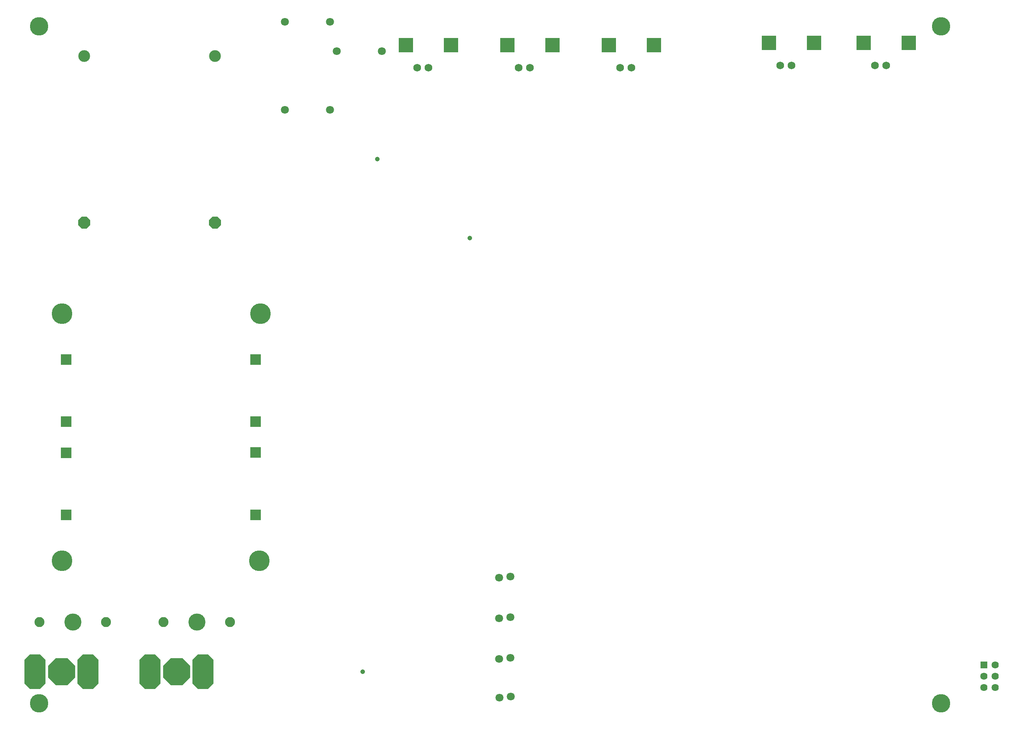
<source format=gbs>
%FSLAX25Y25*%
%MOIN*%
G70*
G01*
G75*
G04 Layer_Color=16711935*
%ADD10R,0.03800X0.03200*%
%ADD11R,0.03200X0.03800*%
%ADD12R,0.11811X0.03937*%
%ADD13R,0.07087X0.13386*%
%ADD14O,0.01800X0.05118*%
%ADD15O,0.05118X0.01800*%
%ADD16R,0.13386X0.07087*%
%ADD17R,0.07087X0.04331*%
%ADD18R,0.03937X0.04331*%
%ADD19O,0.08661X0.02362*%
%ADD20O,0.06102X0.01378*%
%ADD21R,0.04724X0.01181*%
%ADD22R,0.02165X0.03740*%
%ADD23R,0.09449X0.03937*%
%ADD24R,0.09449X0.12992*%
%ADD25R,0.21654X0.07874*%
%ADD26R,0.13780X0.08071*%
%ADD27R,0.15748X0.08071*%
%ADD28R,0.08858X0.01969*%
%ADD29R,0.07600X0.12000*%
G04:AMPARAMS|DCode=30|XSize=216.54mil|YSize=78.74mil|CornerRadius=0mil|HoleSize=0mil|Usage=FLASHONLY|Rotation=180.000|XOffset=0mil|YOffset=0mil|HoleType=Round|Shape=Octagon|*
%AMOCTAGOND30*
4,1,8,-0.10827,0.01969,-0.10827,-0.01969,-0.08858,-0.03937,0.08858,-0.03937,0.10827,-0.01969,0.10827,0.01969,0.08858,0.03937,-0.08858,0.03937,-0.10827,0.01969,0.0*
%
%ADD30OCTAGOND30*%

%ADD31R,0.21654X0.07874*%
%ADD32R,0.13780X0.06299*%
%ADD33O,0.07480X0.01772*%
%ADD34R,0.09606X0.04409*%
G04:AMPARAMS|DCode=35|XSize=96.06mil|YSize=44.09mil|CornerRadius=0mil|HoleSize=0mil|Usage=FLASHONLY|Rotation=180.000|XOffset=0mil|YOffset=0mil|HoleType=Round|Shape=Octagon|*
%AMOCTAGOND35*
4,1,8,-0.04803,0.01102,-0.04803,-0.01102,-0.03701,-0.02205,0.03701,-0.02205,0.04803,-0.01102,0.04803,0.01102,0.03701,0.02205,-0.03701,0.02205,-0.04803,0.01102,0.0*
%
%ADD35OCTAGOND35*%

%ADD36C,0.00800*%
%ADD37C,0.03500*%
%ADD38C,0.05500*%
%ADD39C,0.06000*%
%ADD40C,0.08000*%
%ADD41C,0.02500*%
%ADD42C,0.01000*%
%ADD43C,0.01500*%
%ADD44C,0.02000*%
%ADD45C,0.04000*%
%ADD46C,0.01200*%
%ADD47C,0.01600*%
%ADD48C,0.09000*%
%ADD49C,0.06500*%
%ADD50C,0.06500*%
%ADD51C,0.06000*%
%ADD52R,0.12000X0.12000*%
%ADD53C,0.06200*%
%ADD54R,0.05800X0.05800*%
%ADD55C,0.05800*%
%ADD56P,0.10653X8X112.5*%
%ADD57C,0.09843*%
%ADD58C,0.14500*%
%ADD59C,0.08268*%
%ADD60R,0.08858X0.08858*%
%ADD61C,0.17716*%
%ADD62C,0.15748*%
G04:AMPARAMS|DCode=63|XSize=180mil|YSize=300mil|CornerRadius=0mil|HoleSize=0mil|Usage=FLASHONLY|Rotation=180.000|XOffset=0mil|YOffset=0mil|HoleType=Round|Shape=Octagon|*
%AMOCTAGOND63*
4,1,8,0.04500,-0.15000,-0.04500,-0.15000,-0.09000,-0.10500,-0.09000,0.10500,-0.04500,0.15000,0.04500,0.15000,0.09000,0.10500,0.09000,-0.10500,0.04500,-0.15000,0.0*
%
%ADD63OCTAGOND63*%

%ADD64P,0.25569X8X202.5*%
%ADD65C,0.04000*%
%ADD66C,0.03500*%
%ADD67C,0.03600*%
%ADD68C,0.07000*%
G04:AMPARAMS|DCode=69|XSize=85mil|YSize=85mil|CornerRadius=0mil|HoleSize=0mil|Usage=FLASHONLY|Rotation=0.000|XOffset=0mil|YOffset=0mil|HoleType=Round|Shape=Relief|Width=10mil|Gap=15mil|Entries=4|*
%AMTHD69*
7,0,0,0.08500,0.05500,0.01000,45*
%
%ADD69THD69*%
%ADD70C,0.08000*%
%ADD71C,0.13000*%
G04:AMPARAMS|DCode=72|XSize=86mil|YSize=86mil|CornerRadius=0mil|HoleSize=0mil|Usage=FLASHONLY|Rotation=0.000|XOffset=0mil|YOffset=0mil|HoleType=Round|Shape=Relief|Width=10mil|Gap=15mil|Entries=4|*
%AMTHD72*
7,0,0,0.08600,0.05600,0.01000,45*
%
%ADD72THD72*%
%ADD73C,0.08600*%
%ADD74C,0.08700*%
G04:AMPARAMS|DCode=75|XSize=87mil|YSize=87mil|CornerRadius=0mil|HoleSize=0mil|Usage=FLASHONLY|Rotation=0.000|XOffset=0mil|YOffset=0mil|HoleType=Round|Shape=Relief|Width=10mil|Gap=15mil|Entries=4|*
%AMTHD75*
7,0,0,0.08700,0.05700,0.01000,45*
%
%ADD75THD75*%
%ADD76C,0.10906*%
%ADD77C,0.15236*%
%ADD78C,0.10118*%
%ADD79C,0.09500*%
G04:AMPARAMS|DCode=80|XSize=95mil|YSize=95mil|CornerRadius=0mil|HoleSize=0mil|Usage=FLASHONLY|Rotation=0.000|XOffset=0mil|YOffset=0mil|HoleType=Round|Shape=Relief|Width=10mil|Gap=15mil|Entries=4|*
%AMTHD80*
7,0,0,0.09500,0.06500,0.01000,45*
%
%ADD80THD80*%
%ADD81C,0.08500*%
%ADD82C,0.19016*%
G04:AMPARAMS|DCode=83|XSize=109.055mil|YSize=109.055mil|CornerRadius=0mil|HoleSize=0mil|Usage=FLASHONLY|Rotation=0.000|XOffset=0mil|YOffset=0mil|HoleType=Round|Shape=Relief|Width=10mil|Gap=15mil|Entries=4|*
%AMTHD83*
7,0,0,0.10906,0.07906,0.01000,45*
%
%ADD83THD83*%
G04:AMPARAMS|DCode=84|XSize=187.795mil|YSize=187.795mil|CornerRadius=0mil|HoleSize=0mil|Usage=FLASHONLY|Rotation=0.000|XOffset=0mil|YOffset=0mil|HoleType=Round|Shape=Relief|Width=10mil|Gap=15mil|Entries=4|*
%AMTHD84*
7,0,0,0.18779,0.15779,0.01000,45*
%
%ADD84THD84*%
%ADD85C,0.20500*%
%ADD86C,0.26000*%
G04:AMPARAMS|DCode=87|XSize=66mil|YSize=66mil|CornerRadius=0mil|HoleSize=0mil|Usage=FLASHONLY|Rotation=0.000|XOffset=0mil|YOffset=0mil|HoleType=Round|Shape=Relief|Width=10mil|Gap=15mil|Entries=4|*
%AMTHD87*
7,0,0,0.06600,0.03600,0.01000,45*
%
%ADD87THD87*%
%ADD88C,0.06600*%
%ADD89C,0.05000*%
%ADD90C,0.03000*%
%ADD91C,0.04600*%
%ADD92C,0.02362*%
%ADD93C,0.00984*%
%ADD94C,0.04134*%
%ADD95C,0.03937*%
%ADD96C,0.00600*%
%ADD97C,0.00787*%
%ADD98C,0.00300*%
%ADD99C,0.00600*%
%ADD100C,0.01969*%
%ADD101C,0.04921*%
%ADD102C,0.05906*%
%ADD103C,0.00200*%
%ADD104R,0.04400X0.03800*%
%ADD105R,0.03800X0.04400*%
%ADD106R,0.12411X0.04537*%
%ADD107R,0.07687X0.13986*%
%ADD108O,0.02400X0.05718*%
%ADD109O,0.05718X0.02400*%
%ADD110R,0.13986X0.07687*%
%ADD111R,0.07687X0.04931*%
%ADD112R,0.04537X0.04931*%
%ADD113O,0.09261X0.02962*%
%ADD114O,0.06702X0.01978*%
%ADD115R,0.05324X0.01781*%
%ADD116R,0.02765X0.04340*%
%ADD117R,0.10049X0.04537*%
%ADD118R,0.10049X0.13592*%
%ADD119R,0.22253X0.08474*%
%ADD120R,0.14379X0.08671*%
%ADD121R,0.16348X0.08671*%
%ADD122R,0.09458X0.02569*%
%ADD123R,0.08200X0.12600*%
G04:AMPARAMS|DCode=124|XSize=222.53mil|YSize=84.74mil|CornerRadius=0mil|HoleSize=0mil|Usage=FLASHONLY|Rotation=180.000|XOffset=0mil|YOffset=0mil|HoleType=Round|Shape=Octagon|*
%AMOCTAGOND124*
4,1,8,-0.11127,0.02119,-0.11127,-0.02119,-0.09008,-0.04237,0.09008,-0.04237,0.11127,-0.02119,0.11127,0.02119,0.09008,0.04237,-0.09008,0.04237,-0.11127,0.02119,0.0*
%
%ADD124OCTAGOND124*%

%ADD125R,0.22253X0.08474*%
%ADD126R,0.14379X0.06899*%
%ADD127O,0.08080X0.02372*%
%ADD128R,0.10206X0.05009*%
G04:AMPARAMS|DCode=129|XSize=102.06mil|YSize=50.09mil|CornerRadius=0mil|HoleSize=0mil|Usage=FLASHONLY|Rotation=180.000|XOffset=0mil|YOffset=0mil|HoleType=Round|Shape=Octagon|*
%AMOCTAGOND129*
4,1,8,-0.05103,0.01252,-0.05103,-0.01252,-0.03851,-0.02505,0.03851,-0.02505,0.05103,-0.01252,0.05103,0.01252,0.03851,0.02505,-0.03851,0.02505,-0.05103,0.01252,0.0*
%
%ADD129OCTAGOND129*%

%ADD130C,0.07100*%
%ADD131R,0.12600X0.12600*%
%ADD132C,0.06800*%
%ADD133R,0.06400X0.06400*%
%ADD134C,0.06400*%
%ADD135P,0.11303X8X112.5*%
%ADD136C,0.10443*%
%ADD137C,0.15100*%
%ADD138C,0.08868*%
%ADD139R,0.09458X0.09458*%
%ADD140C,0.18316*%
%ADD141C,0.16348*%
G04:AMPARAMS|DCode=142|XSize=186mil|YSize=306mil|CornerRadius=0mil|HoleSize=0mil|Usage=FLASHONLY|Rotation=180.000|XOffset=0mil|YOffset=0mil|HoleType=Round|Shape=Octagon|*
%AMOCTAGOND142*
4,1,8,0.04650,-0.15300,-0.04650,-0.15300,-0.09300,-0.10650,-0.09300,0.10650,-0.04650,0.15300,0.04650,0.15300,0.09300,0.10650,0.09300,-0.10650,0.04650,-0.15300,0.0*
%
%ADD142OCTAGOND142*%

%ADD143P,0.26218X8X202.5*%
%ADD144C,0.04200*%
D130*
X2308000Y2274000D02*
D03*
X2268000D02*
D03*
X2458500Y1675000D02*
D03*
X2468500Y1676000D02*
D03*
X2458000Y1709500D02*
D03*
X2468000Y1710500D02*
D03*
X2458000Y1745500D02*
D03*
X2468000Y1746500D02*
D03*
X2458000Y1781500D02*
D03*
X2468000Y1782500D02*
D03*
X2354000Y2248000D02*
D03*
X2314000D02*
D03*
X2268000Y2196000D02*
D03*
X2308000D02*
D03*
D131*
X2781400Y2255400D02*
D03*
X2821400D02*
D03*
X2697400D02*
D03*
X2737400D02*
D03*
X2555400Y2253400D02*
D03*
X2595400D02*
D03*
X2465400D02*
D03*
X2505400D02*
D03*
X2375400D02*
D03*
X2415400D02*
D03*
D132*
X2791400Y2235400D02*
D03*
X2801400D02*
D03*
X2707400D02*
D03*
X2717400D02*
D03*
X2565400Y2233400D02*
D03*
X2575400D02*
D03*
X2475400D02*
D03*
X2485400D02*
D03*
X2385400D02*
D03*
X2395400D02*
D03*
D133*
X2888000Y1704000D02*
D03*
D134*
X2898000D02*
D03*
X2888000Y1694000D02*
D03*
X2898000D02*
D03*
X2888000Y1684000D02*
D03*
X2898000D02*
D03*
D135*
X2206000Y2096181D02*
D03*
X2090000D02*
D03*
D136*
X2206000Y2243819D02*
D03*
X2090000D02*
D03*
D137*
X2190000Y1742000D02*
D03*
X2080000D02*
D03*
D138*
X2219528D02*
D03*
X2160472D02*
D03*
X2050472D02*
D03*
X2109528D02*
D03*
D139*
X2074004Y1837240D02*
D03*
Y1892240D02*
D03*
Y1919760D02*
D03*
Y1974760D02*
D03*
X2241996Y1837240D02*
D03*
Y1892279D02*
D03*
Y1919760D02*
D03*
Y1974760D02*
D03*
D140*
X2070402Y2015449D02*
D03*
X2246583D02*
D03*
X2070402Y1796551D02*
D03*
X2245598D02*
D03*
D141*
X2850000Y2270000D02*
D03*
X2050000Y1670000D02*
D03*
X2850000D02*
D03*
X2050000Y2270000D02*
D03*
D142*
X2093622Y1698000D02*
D03*
X2046378D02*
D03*
X2195622D02*
D03*
X2148378D02*
D03*
D143*
X2070000D02*
D03*
X2172000D02*
D03*
D144*
X2337000D02*
D03*
X2350000Y2152500D02*
D03*
X2432000Y2082500D02*
D03*
M02*

</source>
